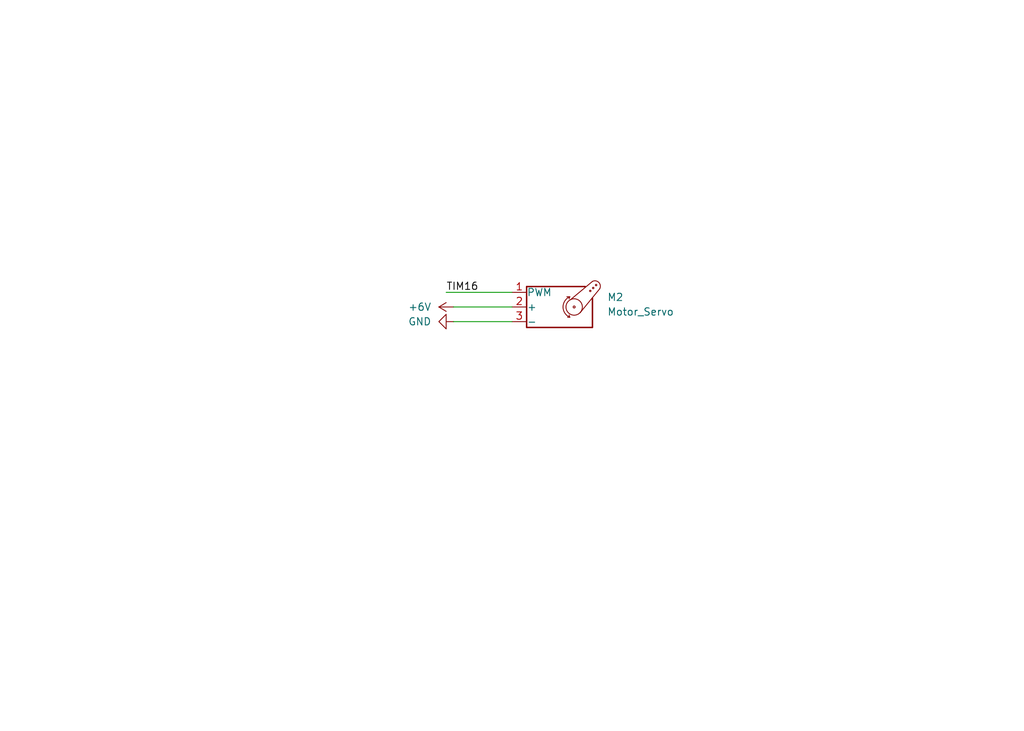
<source format=kicad_sch>
(kicad_sch
	(version 20231120)
	(generator "eeschema")
	(generator_version "8.0")
	(uuid "b076432b-4158-489f-bddc-473465d87ac4")
	(paper "User" 177.8 127)
	(title_block
		(title "Offboard 8-Ohm Speaker")
		(company "ECE 47700 Team 01")
	)
	(lib_symbols
		(symbol "Motor:Motor_Servo"
			(pin_names
				(offset 0.0254)
			)
			(exclude_from_sim no)
			(in_bom yes)
			(on_board yes)
			(property "Reference" "M"
				(at -5.08 4.445 0)
				(effects
					(font
						(size 1.27 1.27)
					)
					(justify left)
				)
			)
			(property "Value" "Motor_Servo"
				(at -5.08 -4.064 0)
				(effects
					(font
						(size 1.27 1.27)
					)
					(justify left top)
				)
			)
			(property "Footprint" ""
				(at 0 -4.826 0)
				(effects
					(font
						(size 1.27 1.27)
					)
					(hide yes)
				)
			)
			(property "Datasheet" "http://forums.parallax.com/uploads/attachments/46831/74481.png"
				(at 0 -4.826 0)
				(effects
					(font
						(size 1.27 1.27)
					)
					(hide yes)
				)
			)
			(property "Description" "Servo Motor (Futaba, HiTec, JR connector)"
				(at 0 0 0)
				(effects
					(font
						(size 1.27 1.27)
					)
					(hide yes)
				)
			)
			(property "ki_keywords" "Servo Motor"
				(at 0 0 0)
				(effects
					(font
						(size 1.27 1.27)
					)
					(hide yes)
				)
			)
			(property "ki_fp_filters" "PinHeader*P2.54mm*"
				(at 0 0 0)
				(effects
					(font
						(size 1.27 1.27)
					)
					(hide yes)
				)
			)
			(symbol "Motor_Servo_0_1"
				(polyline
					(pts
						(xy 2.413 -1.778) (xy 2.032 -1.778)
					)
					(stroke
						(width 0)
						(type default)
					)
					(fill
						(type none)
					)
				)
				(polyline
					(pts
						(xy 2.413 -1.778) (xy 2.286 -1.397)
					)
					(stroke
						(width 0)
						(type default)
					)
					(fill
						(type none)
					)
				)
				(polyline
					(pts
						(xy 2.413 1.778) (xy 1.905 1.778)
					)
					(stroke
						(width 0)
						(type default)
					)
					(fill
						(type none)
					)
				)
				(polyline
					(pts
						(xy 2.413 1.778) (xy 2.286 1.397)
					)
					(stroke
						(width 0)
						(type default)
					)
					(fill
						(type none)
					)
				)
				(polyline
					(pts
						(xy 6.35 4.445) (xy 2.54 1.27)
					)
					(stroke
						(width 0)
						(type default)
					)
					(fill
						(type none)
					)
				)
				(polyline
					(pts
						(xy 7.62 3.175) (xy 4.191 -1.016)
					)
					(stroke
						(width 0)
						(type default)
					)
					(fill
						(type none)
					)
				)
				(polyline
					(pts
						(xy 5.08 3.556) (xy -5.08 3.556) (xy -5.08 -3.556) (xy 6.35 -3.556) (xy 6.35 1.524)
					)
					(stroke
						(width 0.254)
						(type default)
					)
					(fill
						(type none)
					)
				)
				(arc
					(start 2.413 1.778)
					(mid 1.2406 0)
					(end 2.413 -1.778)
					(stroke
						(width 0)
						(type default)
					)
					(fill
						(type none)
					)
				)
				(circle
					(center 3.175 0)
					(radius 0.1778)
					(stroke
						(width 0)
						(type default)
					)
					(fill
						(type none)
					)
				)
				(circle
					(center 3.175 0)
					(radius 1.4224)
					(stroke
						(width 0)
						(type default)
					)
					(fill
						(type none)
					)
				)
				(circle
					(center 5.969 2.794)
					(radius 0.127)
					(stroke
						(width 0)
						(type default)
					)
					(fill
						(type none)
					)
				)
				(circle
					(center 6.477 3.302)
					(radius 0.127)
					(stroke
						(width 0)
						(type default)
					)
					(fill
						(type none)
					)
				)
				(circle
					(center 6.985 3.81)
					(radius 0.127)
					(stroke
						(width 0)
						(type default)
					)
					(fill
						(type none)
					)
				)
				(arc
					(start 7.62 3.175)
					(mid 7.4485 4.2735)
					(end 6.35 4.445)
					(stroke
						(width 0)
						(type default)
					)
					(fill
						(type none)
					)
				)
			)
			(symbol "Motor_Servo_1_1"
				(pin passive line
					(at -7.62 2.54 0)
					(length 2.54)
					(name "PWM"
						(effects
							(font
								(size 1.27 1.27)
							)
						)
					)
					(number "1"
						(effects
							(font
								(size 1.27 1.27)
							)
						)
					)
				)
				(pin passive line
					(at -7.62 0 0)
					(length 2.54)
					(name "+"
						(effects
							(font
								(size 1.27 1.27)
							)
						)
					)
					(number "2"
						(effects
							(font
								(size 1.27 1.27)
							)
						)
					)
				)
				(pin passive line
					(at -7.62 -2.54 0)
					(length 2.54)
					(name "-"
						(effects
							(font
								(size 1.27 1.27)
							)
						)
					)
					(number "3"
						(effects
							(font
								(size 1.27 1.27)
							)
						)
					)
				)
			)
		)
		(symbol "power:+6V"
			(power)
			(pin_numbers hide)
			(pin_names
				(offset 0) hide)
			(exclude_from_sim no)
			(in_bom yes)
			(on_board yes)
			(property "Reference" "#PWR"
				(at 0 -3.81 0)
				(effects
					(font
						(size 1.27 1.27)
					)
					(hide yes)
				)
			)
			(property "Value" "+6V"
				(at 0 3.556 0)
				(effects
					(font
						(size 1.27 1.27)
					)
				)
			)
			(property "Footprint" ""
				(at 0 0 0)
				(effects
					(font
						(size 1.27 1.27)
					)
					(hide yes)
				)
			)
			(property "Datasheet" ""
				(at 0 0 0)
				(effects
					(font
						(size 1.27 1.27)
					)
					(hide yes)
				)
			)
			(property "Description" "Power symbol creates a global label with name \"+6V\""
				(at 0 0 0)
				(effects
					(font
						(size 1.27 1.27)
					)
					(hide yes)
				)
			)
			(property "ki_keywords" "global power"
				(at 0 0 0)
				(effects
					(font
						(size 1.27 1.27)
					)
					(hide yes)
				)
			)
			(symbol "+6V_0_1"
				(polyline
					(pts
						(xy -0.762 1.27) (xy 0 2.54)
					)
					(stroke
						(width 0)
						(type default)
					)
					(fill
						(type none)
					)
				)
				(polyline
					(pts
						(xy 0 0) (xy 0 2.54)
					)
					(stroke
						(width 0)
						(type default)
					)
					(fill
						(type none)
					)
				)
				(polyline
					(pts
						(xy 0 2.54) (xy 0.762 1.27)
					)
					(stroke
						(width 0)
						(type default)
					)
					(fill
						(type none)
					)
				)
			)
			(symbol "+6V_1_1"
				(pin power_in line
					(at 0 0 90)
					(length 0)
					(name "~"
						(effects
							(font
								(size 1.27 1.27)
							)
						)
					)
					(number "1"
						(effects
							(font
								(size 1.27 1.27)
							)
						)
					)
				)
			)
		)
		(symbol "power:GND"
			(power)
			(pin_numbers hide)
			(pin_names
				(offset 0) hide)
			(exclude_from_sim no)
			(in_bom yes)
			(on_board yes)
			(property "Reference" "#PWR"
				(at 0 -6.35 0)
				(effects
					(font
						(size 1.27 1.27)
					)
					(hide yes)
				)
			)
			(property "Value" "GND"
				(at 0 -3.81 0)
				(effects
					(font
						(size 1.27 1.27)
					)
				)
			)
			(property "Footprint" ""
				(at 0 0 0)
				(effects
					(font
						(size 1.27 1.27)
					)
					(hide yes)
				)
			)
			(property "Datasheet" ""
				(at 0 0 0)
				(effects
					(font
						(size 1.27 1.27)
					)
					(hide yes)
				)
			)
			(property "Description" "Power symbol creates a global label with name \"GND\" , ground"
				(at 0 0 0)
				(effects
					(font
						(size 1.27 1.27)
					)
					(hide yes)
				)
			)
			(property "ki_keywords" "global power"
				(at 0 0 0)
				(effects
					(font
						(size 1.27 1.27)
					)
					(hide yes)
				)
			)
			(symbol "GND_0_1"
				(polyline
					(pts
						(xy 0 0) (xy 0 -1.27) (xy 1.27 -1.27) (xy 0 -2.54) (xy -1.27 -1.27) (xy 0 -1.27)
					)
					(stroke
						(width 0)
						(type default)
					)
					(fill
						(type none)
					)
				)
			)
			(symbol "GND_1_1"
				(pin power_in line
					(at 0 0 270)
					(length 0)
					(name "~"
						(effects
							(font
								(size 1.27 1.27)
							)
						)
					)
					(number "1"
						(effects
							(font
								(size 1.27 1.27)
							)
						)
					)
				)
			)
		)
	)
	(wire
		(pts
			(xy 78.74 53.34) (xy 88.9 53.34)
		)
		(stroke
			(width 0)
			(type default)
		)
		(uuid "80a03587-b1e9-43ae-8ee6-e3787c675d4b")
	)
	(wire
		(pts
			(xy 78.74 55.88) (xy 88.9 55.88)
		)
		(stroke
			(width 0)
			(type default)
		)
		(uuid "858fc864-c1a4-49b4-8ca8-702d0bf76310")
	)
	(wire
		(pts
			(xy 77.47 50.8) (xy 88.9 50.8)
		)
		(stroke
			(width 0)
			(type default)
		)
		(uuid "8f8e6ef1-45d0-4a9a-a2c8-b0b99b2be9f5")
	)
	(label "TIM16"
		(at 77.47 50.8 0)
		(effects
			(font
				(size 1.27 1.27)
			)
			(justify left bottom)
		)
		(uuid "b5e97d49-9385-41aa-9dea-79248bc35716")
	)
	(symbol
		(lib_id "Motor:Motor_Servo")
		(at 96.52 53.34 0)
		(unit 1)
		(exclude_from_sim no)
		(in_bom yes)
		(on_board yes)
		(dnp no)
		(fields_autoplaced yes)
		(uuid "5360c0b6-0e03-4a29-b2c1-94d14d24b501")
		(property "Reference" "M2"
			(at 105.41 51.6365 0)
			(effects
				(font
					(size 1.27 1.27)
				)
				(justify left)
			)
		)
		(property "Value" "Motor_Servo"
			(at 105.41 54.1765 0)
			(effects
				(font
					(size 1.27 1.27)
				)
				(justify left)
			)
		)
		(property "Footprint" ""
			(at 96.52 58.166 0)
			(effects
				(font
					(size 1.27 1.27)
				)
				(hide yes)
			)
		)
		(property "Datasheet" "http://forums.parallax.com/uploads/attachments/46831/74481.png"
			(at 96.52 58.166 0)
			(effects
				(font
					(size 1.27 1.27)
				)
				(hide yes)
			)
		)
		(property "Description" "Servo Motor (Futaba, HiTec, JR connector)"
			(at 96.52 53.34 0)
			(effects
				(font
					(size 1.27 1.27)
				)
				(hide yes)
			)
		)
		(pin "2"
			(uuid "c57b5f02-2709-4ce7-bfaf-33d5ea1f3c41")
		)
		(pin "3"
			(uuid "f16184e7-141a-4a60-b42d-1fb09d12cff7")
		)
		(pin "1"
			(uuid "256e27e9-832d-4847-95aa-91b01fff684d")
		)
		(instances
			(project ""
				(path "/f30e32cb-2739-4c2d-b8a9-29b638d16cbf/23f09b23-f609-446a-936c-707a792aaa9a"
					(reference "M2")
					(unit 1)
				)
			)
		)
	)
	(symbol
		(lib_id "power:GND")
		(at 78.74 55.88 270)
		(unit 1)
		(exclude_from_sim no)
		(in_bom yes)
		(on_board yes)
		(dnp no)
		(fields_autoplaced yes)
		(uuid "56c2b66a-d166-4708-87ab-62397ed93c1b")
		(property "Reference" "#PWR02"
			(at 72.39 55.88 0)
			(effects
				(font
					(size 1.27 1.27)
				)
				(hide yes)
			)
		)
		(property "Value" "GND"
			(at 74.93 55.8799 90)
			(effects
				(font
					(size 1.27 1.27)
				)
				(justify right)
			)
		)
		(property "Footprint" ""
			(at 78.74 55.88 0)
			(effects
				(font
					(size 1.27 1.27)
				)
				(hide yes)
			)
		)
		(property "Datasheet" ""
			(at 78.74 55.88 0)
			(effects
				(font
					(size 1.27 1.27)
				)
				(hide yes)
			)
		)
		(property "Description" "Power symbol creates a global label with name \"GND\" , ground"
			(at 78.74 55.88 0)
			(effects
				(font
					(size 1.27 1.27)
				)
				(hide yes)
			)
		)
		(pin "1"
			(uuid "57507e68-1db2-4714-83e8-ac3b4b899abd")
		)
		(instances
			(project ""
				(path "/f30e32cb-2739-4c2d-b8a9-29b638d16cbf/23f09b23-f609-446a-936c-707a792aaa9a"
					(reference "#PWR02")
					(unit 1)
				)
			)
		)
	)
	(symbol
		(lib_id "power:+6V")
		(at 78.74 53.34 90)
		(unit 1)
		(exclude_from_sim no)
		(in_bom yes)
		(on_board yes)
		(dnp no)
		(fields_autoplaced yes)
		(uuid "f87d7106-433f-49c8-80d0-bccddff722d6")
		(property "Reference" "#PWR01"
			(at 82.55 53.34 0)
			(effects
				(font
					(size 1.27 1.27)
				)
				(hide yes)
			)
		)
		(property "Value" "+6V"
			(at 74.93 53.3399 90)
			(effects
				(font
					(size 1.27 1.27)
				)
				(justify left)
			)
		)
		(property "Footprint" ""
			(at 78.74 53.34 0)
			(effects
				(font
					(size 1.27 1.27)
				)
				(hide yes)
			)
		)
		(property "Datasheet" ""
			(at 78.74 53.34 0)
			(effects
				(font
					(size 1.27 1.27)
				)
				(hide yes)
			)
		)
		(property "Description" "Power symbol creates a global label with name \"+6V\""
			(at 78.74 53.34 0)
			(effects
				(font
					(size 1.27 1.27)
				)
				(hide yes)
			)
		)
		(pin "1"
			(uuid "b37f8282-bbc3-40df-8bc1-7928a238fdad")
		)
		(instances
			(project ""
				(path "/f30e32cb-2739-4c2d-b8a9-29b638d16cbf/23f09b23-f609-446a-936c-707a792aaa9a"
					(reference "#PWR01")
					(unit 1)
				)
			)
		)
	)
)

</source>
